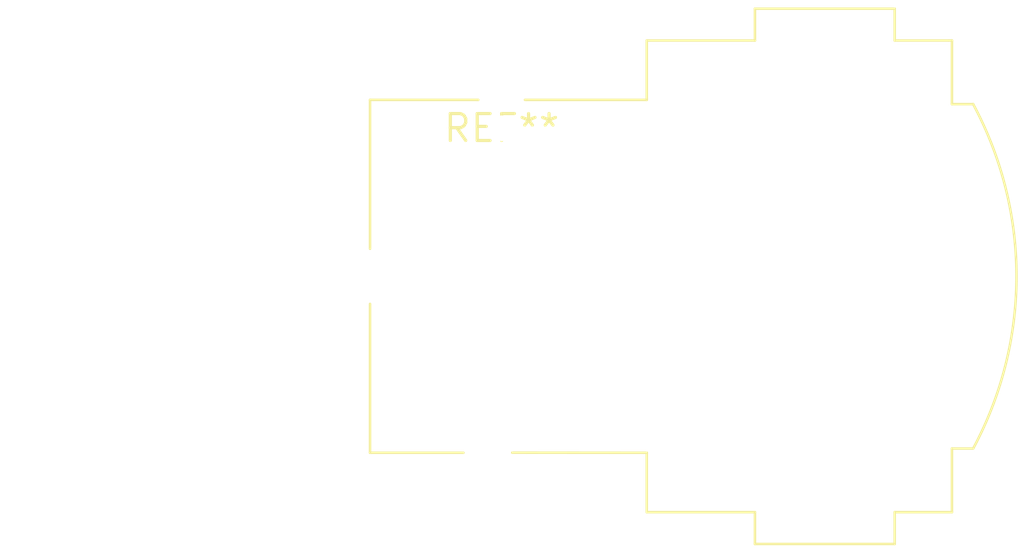
<source format=kicad_pcb>
(kicad_pcb (version 20240108) (generator pcbnew)
  (layers (0 "F.Cu" signal) (31 "B.Cu" signal) (34 "B.Paste" user) (35 "F.Paste" user) (36 "B.SilkS" user "B.Silkscreen") (37 "F.SilkS" user "F.Silkscreen") (38 "B.Mask" user) (39 "F.Mask" user) (44 "Edge.Cuts" user))
  (net 0 "")
  (footprint "Jack_XLR-6.35mm_Neutrik_NCJ6FA-H_Horizontal" (layer "F.Cu") (at 0 0)
    (property "Reference" "REF**")
    (property "Value" "Jack_XLR-6.35mm_Neutrik_NCJ6FA-H_Horizontal")
    (fp_line (start -6.205 -1.335) (end -6.205 5.685) (layer "F.SilkS") (stroke (width 0.12)))
    (fp_line (start -6.205 8.285) (end -6.205 15.305) (layer "F.SilkS") (stroke (width 0.12)))
    (fp_line (start -1.8 15.305) (end -6.205 15.305) (layer "F.SilkS") (stroke (width 0.12)))
    (fp_line (start -1.1 -1.335) (end -6.205 -1.335) (layer "F.SilkS") (stroke (width 0.12)))
    (fp_line (start 6.845 -4.135) (end 6.845 -1.335) (layer "F.SilkS") (stroke (width 0.12)))
    (fp_line (start 6.845 -1.335) (end 1.1 -1.335) (layer "F.SilkS") (stroke (width 0.12)))
    (fp_line (start 6.845 15.305) (end 0.5 15.3) (layer "F.SilkS") (stroke (width 0.12)))
    (fp_line (start 6.845 18.105) (end 6.845 15.305) (layer "F.SilkS") (stroke (width 0.12)))
    (fp_line (start 11.945 -4.135) (end 6.845 -4.135) (layer "F.SilkS") (stroke (width 0.12)))
    (fp_line (start 11.945 -4.135) (end 11.945 -5.635) (layer "F.SilkS") (stroke (width 0.12)))
    (fp_line (start 11.945 18.105) (end 6.845 18.105) (layer "F.SilkS") (stroke (width 0.12)))
    (fp_line (start 11.945 19.605) (end 11.945 18.105) (layer "F.SilkS") (stroke (width 0.12)))
    (fp_line (start 18.535 -5.635) (end 11.945 -5.635) (layer "F.SilkS") (stroke (width 0.12)))
    (fp_line (start 18.535 -5.635) (end 18.535 -4.135) (layer "F.SilkS") (stroke (width 0.12)))
    (fp_line (start 18.535 -4.135) (end 21.235 -4.135) (layer "F.SilkS") (stroke (width 0.12)))
    (fp_line (start 18.535 18.105) (end 18.535 19.605) (layer "F.SilkS") (stroke (width 0.12)))
    (fp_line (start 18.535 18.105) (end 21.235 18.105) (layer "F.SilkS") (stroke (width 0.12)))
    (fp_line (start 18.535 19.605) (end 11.945 19.605) (layer "F.SilkS") (stroke (width 0.12)))
    (fp_line (start 21.235 -4.135) (end 21.235 -1.135) (layer "F.SilkS") (stroke (width 0.12)))
    (fp_line (start 21.235 -1.135) (end 22.235 -1.135) (layer "F.SilkS") (stroke (width 0.12)))
    (fp_line (start 21.235 15.105) (end 21.235 18.105) (layer "F.SilkS") (stroke (width 0.12)))
    (fp_line (start 21.235 15.105) (end 22.235 15.105) (layer "F.SilkS") (stroke (width 0.12)))
    (fp_arc (start 22.235 -1.135) (mid 24.27742 6.973784) (end 22.245601 15.08523) (layer "F.SilkS") (stroke (width 0.12)))
    (pad "" np_thru_hole circle (at 8.89 6.985) (size 1.6 1.6) (drill 1.6) (layers *.Cu *.Mask))
    (pad "" np_thru_hole circle (at 12.065 1.27) (size 1.6 1.6) (drill 1.6) (layers *.Cu *.Mask))
    (pad "" np_thru_hole circle (at 12.065 12.7) (size 1.6 1.6) (drill 1.6) (layers *.Cu *.Mask))
    (pad "1" thru_hole circle (at 0 0) (size 2.9 2.9) (drill 1.2) (layers *.Cu *.Mask) (remove_unused_layers))
    (pad "2" thru_hole circle (at -0.635 13.97) (size 2.9 2.9) (drill 1.2) (layers *.Cu *.Mask) (remove_unused_layers))
    (pad "3" thru_hole circle (at -5.08 6.985) (size 2.7 2.7) (drill 1.2) (layers *.Cu *.Mask) (remove_unused_layers))
    (pad "G" thru_hole circle (at 11.43 -1.27) (size 3.2 3.2) (drill 1.6) (layers *.Cu *.Mask) (remove_unused_layers))
    (pad "R" thru_hole circle (at -4.445 9.8425) (size 2.7 2.7) (drill 1.2) (layers *.Cu *.Mask) (remove_unused_layers))
    (pad "S" thru_hole circle (at -4.445 4.1275) (size 2.7 2.7) (drill 1.2) (layers *.Cu *.Mask) (remove_unused_layers))
    (pad "T" thru_hole circle (at 2.54 2.54) (size 3.4 3.4) (drill 1.6) (layers *.Cu *.Mask) (remove_unused_layers))
    (pad "T" thru_hole circle (at 2.54 11.43) (size 3.4 3.4) (drill 1.6) (layers *.Cu *.Mask) (remove_unused_layers))
  )
)
</source>
